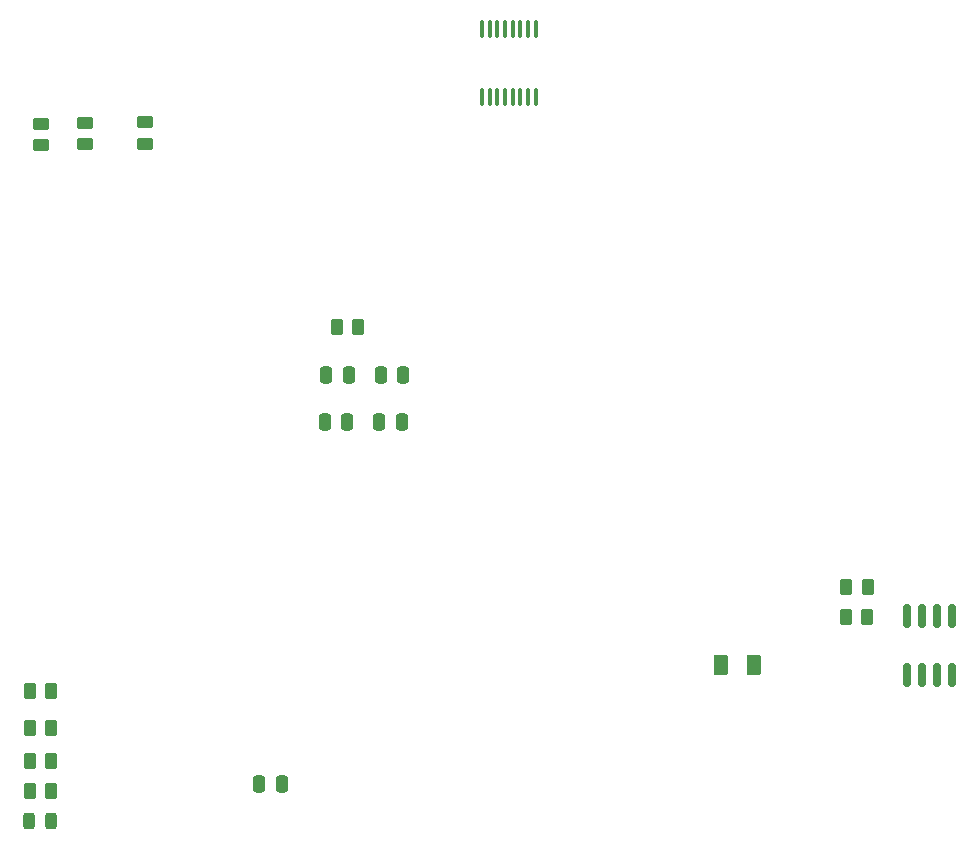
<source format=gbr>
%TF.GenerationSoftware,KiCad,Pcbnew,(6.0.8)*%
%TF.CreationDate,2022-10-21T20:54:02+03:00*%
%TF.ProjectId,commboard,636f6d6d-626f-4617-9264-2e6b69636164,rev?*%
%TF.SameCoordinates,Original*%
%TF.FileFunction,Paste,Bot*%
%TF.FilePolarity,Positive*%
%FSLAX46Y46*%
G04 Gerber Fmt 4.6, Leading zero omitted, Abs format (unit mm)*
G04 Created by KiCad (PCBNEW (6.0.8)) date 2022-10-21 20:54:02*
%MOMM*%
%LPD*%
G01*
G04 APERTURE LIST*
G04 Aperture macros list*
%AMRoundRect*
0 Rectangle with rounded corners*
0 $1 Rounding radius*
0 $2 $3 $4 $5 $6 $7 $8 $9 X,Y pos of 4 corners*
0 Add a 4 corners polygon primitive as box body*
4,1,4,$2,$3,$4,$5,$6,$7,$8,$9,$2,$3,0*
0 Add four circle primitives for the rounded corners*
1,1,$1+$1,$2,$3*
1,1,$1+$1,$4,$5*
1,1,$1+$1,$6,$7*
1,1,$1+$1,$8,$9*
0 Add four rect primitives between the rounded corners*
20,1,$1+$1,$2,$3,$4,$5,0*
20,1,$1+$1,$4,$5,$6,$7,0*
20,1,$1+$1,$6,$7,$8,$9,0*
20,1,$1+$1,$8,$9,$2,$3,0*%
G04 Aperture macros list end*
%ADD10RoundRect,0.250000X-0.250000X-0.475000X0.250000X-0.475000X0.250000X0.475000X-0.250000X0.475000X0*%
%ADD11RoundRect,0.250000X-0.262500X-0.450000X0.262500X-0.450000X0.262500X0.450000X-0.262500X0.450000X0*%
%ADD12RoundRect,0.250000X-0.450000X0.262500X-0.450000X-0.262500X0.450000X-0.262500X0.450000X0.262500X0*%
%ADD13RoundRect,0.250000X0.450000X-0.262500X0.450000X0.262500X-0.450000X0.262500X-0.450000X-0.262500X0*%
%ADD14RoundRect,0.150000X-0.150000X0.825000X-0.150000X-0.825000X0.150000X-0.825000X0.150000X0.825000X0*%
%ADD15RoundRect,0.250000X0.262500X0.450000X-0.262500X0.450000X-0.262500X-0.450000X0.262500X-0.450000X0*%
%ADD16RoundRect,0.250000X0.250000X0.475000X-0.250000X0.475000X-0.250000X-0.475000X0.250000X-0.475000X0*%
%ADD17RoundRect,0.250000X-0.375000X-0.625000X0.375000X-0.625000X0.375000X0.625000X-0.375000X0.625000X0*%
%ADD18RoundRect,0.100000X0.100000X-0.637500X0.100000X0.637500X-0.100000X0.637500X-0.100000X-0.637500X0*%
%ADD19RoundRect,0.243750X-0.243750X-0.456250X0.243750X-0.456250X0.243750X0.456250X-0.243750X0.456250X0*%
G04 APERTURE END LIST*
D10*
%TO.C,C103*%
X87280000Y-115518750D03*
X89180000Y-115518750D03*
%TD*%
D11*
%TO.C,R601*%
X62175000Y-150700000D03*
X64000000Y-150700000D03*
%TD*%
D12*
%TO.C,R116*%
X63140000Y-94187500D03*
X63140000Y-96012500D03*
%TD*%
%TO.C,R117*%
X66840000Y-94131250D03*
X66840000Y-95956250D03*
%TD*%
D13*
%TO.C,R118*%
X71940000Y-95900000D03*
X71940000Y-94075000D03*
%TD*%
D14*
%TO.C,U103*%
X136495000Y-135925000D03*
X137765000Y-135925000D03*
X139035000Y-135925000D03*
X140305000Y-135925000D03*
X140305000Y-140875000D03*
X139035000Y-140875000D03*
X137765000Y-140875000D03*
X136495000Y-140875000D03*
%TD*%
D15*
%TO.C,R103*%
X90000000Y-111400000D03*
X88175000Y-111400000D03*
%TD*%
%TO.C,R113*%
X133125000Y-133400000D03*
X131300000Y-133400000D03*
%TD*%
D16*
%TO.C,C101*%
X93780000Y-115518750D03*
X91880000Y-115518750D03*
%TD*%
D10*
%TO.C,C104*%
X87180000Y-119418750D03*
X89080000Y-119418750D03*
%TD*%
D15*
%TO.C,R112*%
X133100000Y-136000000D03*
X131275000Y-136000000D03*
%TD*%
D17*
%TO.C,F101*%
X120700000Y-140000000D03*
X123500000Y-140000000D03*
%TD*%
D16*
%TO.C,C106*%
X93680000Y-119418750D03*
X91780000Y-119418750D03*
%TD*%
D15*
%TO.C,R603*%
X64000000Y-148200000D03*
X62175000Y-148200000D03*
%TD*%
D18*
%TO.C,U701*%
X105030000Y-91906250D03*
X104380000Y-91906250D03*
X103730000Y-91906250D03*
X103080000Y-91906250D03*
X102430000Y-91906250D03*
X101780000Y-91906250D03*
X101130000Y-91906250D03*
X100480000Y-91906250D03*
X100480000Y-86181250D03*
X101130000Y-86181250D03*
X101780000Y-86181250D03*
X102430000Y-86181250D03*
X103080000Y-86181250D03*
X103730000Y-86181250D03*
X104380000Y-86181250D03*
X105030000Y-86181250D03*
%TD*%
D15*
%TO.C,R604*%
X64000000Y-145400000D03*
X62175000Y-145400000D03*
%TD*%
%TO.C,R602*%
X63987500Y-142200000D03*
X62162500Y-142200000D03*
%TD*%
D10*
%TO.C,C109*%
X81600000Y-150100000D03*
X83500000Y-150100000D03*
%TD*%
D19*
%TO.C,D601*%
X62125000Y-153200000D03*
X64000000Y-153200000D03*
%TD*%
M02*

</source>
